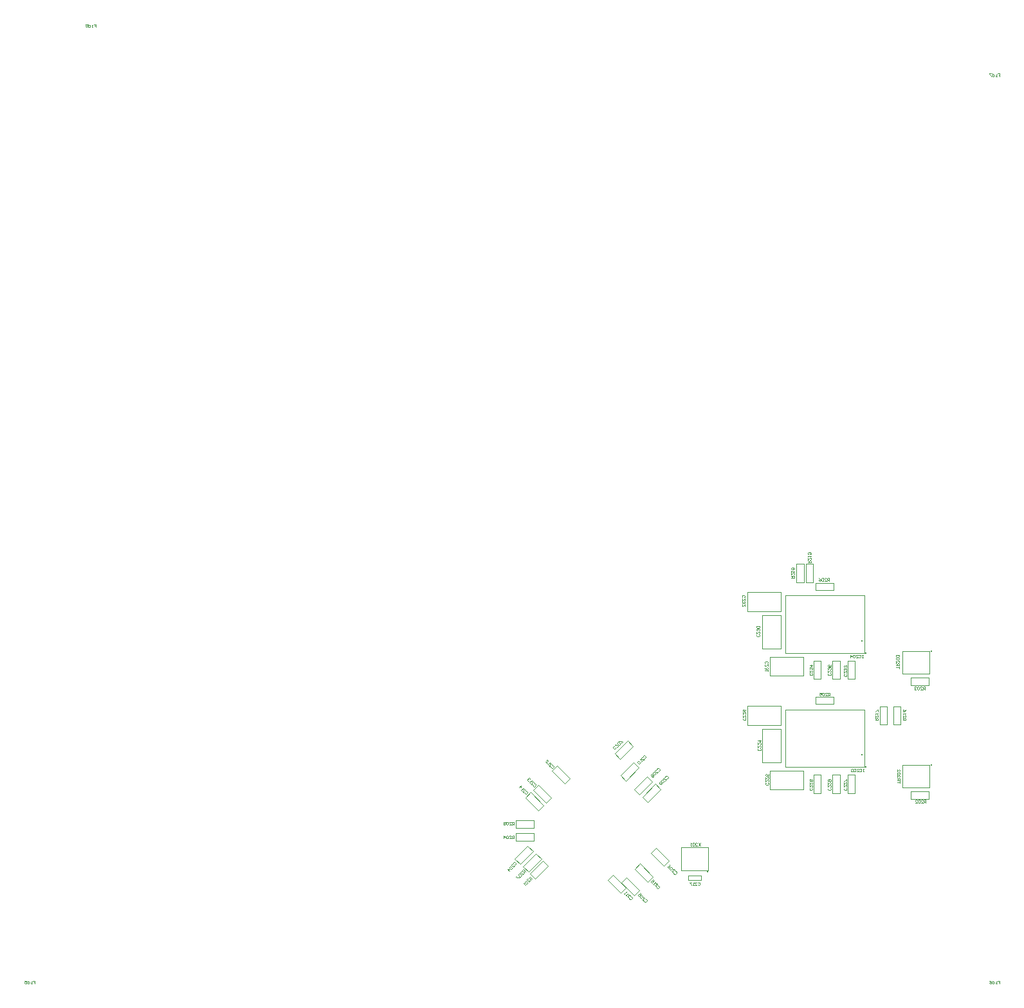
<source format=gbr>
%TF.GenerationSoftware,Altium Limited,Altium Designer,22.4.2 (48)*%
G04 Layer_Color=32896*
%FSLAX26Y26*%
%MOIN*%
%TF.SameCoordinates,1C2CB1AA-ACBE-45DF-AC24-D873E68AE3FE*%
%TF.FilePolarity,Positive*%
%TF.FileFunction,Legend,Bot*%
%TF.Part,Single*%
G01*
G75*
%TA.AperFunction,NonConductor*%
%ADD96C,0.003937*%
%ADD97C,0.001000*%
%ADD98C,0.001968*%
%ADD99C,0.003000*%
%ADD100R,0.009842X0.009842*%
%ADD101R,0.007874X0.007874*%
%ADD102R,0.005906X0.005906*%
D96*
X5362205Y2803150D02*
Y3102362D01*
X4952756Y2803150D02*
Y3102362D01*
X5362205D01*
X4952756Y2803150D02*
X5362205D01*
Y2212598D02*
Y2511811D01*
X4952756Y2212598D02*
Y2511811D01*
X5362205D01*
X4952756Y2212598D02*
X5362205D01*
D97*
X5097740Y3171260D02*
Y3265748D01*
X5059740D02*
X5097740D01*
X5059740Y3171260D02*
Y3265748D01*
Y3171260D02*
X5097740D01*
X3551584Y1735934D02*
X3618397Y1802747D01*
X3551584Y1735934D02*
X3578454Y1709064D01*
X3645267Y1775877D01*
X3618397Y1802747D02*
X3645267Y1775877D01*
X4102765Y1614460D02*
X4169578Y1547647D01*
X4196448Y1574517D01*
X4129635Y1641330D02*
X4196448Y1574517D01*
X4102765Y1614460D02*
X4129635Y1641330D01*
X4256308Y1768003D02*
X4323121Y1701190D01*
X4349991Y1728060D01*
X4283178Y1794873D02*
X4349991Y1728060D01*
X4256308Y1768003D02*
X4283178Y1794873D01*
X4070284Y2282194D02*
X4097154Y2255324D01*
X4070284Y2282194D02*
X4137098Y2349007D01*
X4163968Y2322137D01*
X4097154Y2255324D02*
X4163968Y2322137D01*
X4239871Y2031899D02*
X4306684Y2098712D01*
X4279814Y2125582D02*
X4306684Y2098712D01*
X4213001Y2058769D02*
X4279814Y2125582D01*
X4213001Y2058769D02*
X4239871Y2031899D01*
X4196564Y2071269D02*
X4263377Y2138082D01*
X4236507Y2164952D02*
X4263377Y2138082D01*
X4169694Y2098139D02*
X4236507Y2164952D01*
X4169694Y2098139D02*
X4196564Y2071269D01*
X4125698Y2142135D02*
X4192511Y2208948D01*
X4165641Y2235818D02*
X4192511Y2208948D01*
X4098828Y2169005D02*
X4165641Y2235818D01*
X4098828Y2169005D02*
X4125698Y2142135D01*
X4032883Y1626271D02*
X4059753Y1653141D01*
X4126566Y1586328D01*
X4099696Y1559457D02*
X4126566Y1586328D01*
X4032883Y1626271D02*
X4099696Y1559457D01*
X3771367Y2220070D02*
X3838180Y2153257D01*
X3744497Y2193200D02*
X3771367Y2220070D01*
X3744497Y2193200D02*
X3811310Y2126387D01*
X3838180Y2153257D01*
X3672942Y2121645D02*
X3739755Y2054831D01*
X3646072Y2094775D02*
X3672942Y2121645D01*
X3646072Y2094775D02*
X3712885Y2027961D01*
X3739755Y2054831D01*
X3633572Y2082275D02*
X3700385Y2015461D01*
X3606702Y2055405D02*
X3633572Y2082275D01*
X3606702Y2055405D02*
X3673515Y1988591D01*
X3700385Y2015461D01*
X4173631Y1685326D02*
X4240444Y1618513D01*
X4267314Y1645383D01*
X4200501Y1712196D02*
X4267314Y1645383D01*
X4173631Y1685326D02*
X4200501Y1712196D01*
X4449803Y1625780D02*
Y1651780D01*
X4516732D01*
Y1625780D02*
Y1651780D01*
X4449803Y1625780D02*
X4516732D01*
X5276276Y2078740D02*
Y2173228D01*
Y2078740D02*
X5314276D01*
Y2173228D01*
X5276276D02*
X5314276D01*
X5099110Y2078740D02*
Y2173228D01*
Y2078740D02*
X5137110D01*
Y2173228D01*
X5099110D02*
X5137110D01*
X5197535Y2078740D02*
Y2173228D01*
Y2078740D02*
X5235535D01*
Y2173228D01*
X5197535D02*
X5235535D01*
X5276276Y2669291D02*
Y2763780D01*
Y2669291D02*
X5314276D01*
Y2763780D01*
X5276276D02*
X5314276D01*
X5099110Y2669291D02*
Y2763780D01*
Y2669291D02*
X5137110D01*
Y2763780D01*
X5099110D02*
X5137110D01*
X5197535Y2669291D02*
Y2763780D01*
Y2669291D02*
X5235535D01*
Y2763780D01*
X5197535D02*
X5235535D01*
X5602362Y2047929D02*
X5696850D01*
Y2085929D01*
X5602362D02*
X5696850D01*
X5602362Y2047929D02*
Y2085929D01*
Y2638480D02*
X5696850D01*
Y2676480D01*
X5602362D02*
X5696850D01*
X5602362Y2638480D02*
Y2676480D01*
X5110236Y2578055D02*
X5204724D01*
X5110236Y2540055D02*
Y2578055D01*
Y2540055D02*
X5204724D01*
Y2578055D01*
X5110236Y3168606D02*
X5204724D01*
X5110236Y3130606D02*
Y3168606D01*
Y3130606D02*
X5204724D01*
Y3168606D01*
X3555118Y1936323D02*
X3649606D01*
X3555118Y1898323D02*
Y1936323D01*
Y1898323D02*
X3649606D01*
Y1936323D01*
X3621761Y1669694D02*
X3688574Y1736507D01*
X3661704Y1763377D02*
X3688574Y1736507D01*
X3594891Y1696564D02*
X3661704Y1763377D01*
X3594891Y1696564D02*
X3621761Y1669694D01*
X3657194Y1634261D02*
X3724007Y1701074D01*
X3697137Y1727944D02*
X3724007Y1701074D01*
X3630324Y1661131D02*
X3697137Y1727944D01*
X3630324Y1661131D02*
X3657194Y1634261D01*
X3555118Y1869394D02*
X3649606D01*
X3555118Y1831394D02*
Y1869394D01*
Y1831394D02*
X3649606D01*
Y1869394D01*
X5550496Y2433071D02*
Y2527559D01*
X5512496D02*
X5550496D01*
X5512496Y2433071D02*
Y2527559D01*
Y2433071D02*
X5550496D01*
X5481598D02*
Y2527559D01*
X5443598D02*
X5481598D01*
X5443598Y2433071D02*
Y2527559D01*
Y2433071D02*
X5481598D01*
X5048528Y3171260D02*
Y3265748D01*
X5010528D02*
X5048528D01*
X5010528Y3171260D02*
Y3265748D01*
Y3171260D02*
X5048528D01*
D98*
X5559052Y2814961D02*
X5700787D01*
X5559052Y2696848D02*
X5700787D01*
X5559052D02*
Y2814961D01*
X5700787Y2696848D02*
Y2814961D01*
X4873693Y2785433D02*
X5047244D01*
X4873693Y2687008D02*
Y2785433D01*
Y2687008D02*
X5047244D01*
Y2785433D01*
X4554134Y1678150D02*
Y1796263D01*
X4412397Y1678150D02*
Y1796263D01*
X4554134D01*
X4412397Y1678150D02*
X4554134D01*
X4832677Y2235898D02*
Y2409449D01*
Y2235898D02*
X4931102D01*
Y2409449D01*
X4832677D02*
X4931102D01*
X4873693Y2194882D02*
X5047244D01*
X4873693Y2096457D02*
Y2194882D01*
Y2096457D02*
X5047244D01*
Y2194882D01*
X4755583Y2529528D02*
X4929134D01*
X4755583Y2431102D02*
Y2529528D01*
Y2431102D02*
X4929134D01*
Y2529528D01*
X4832677Y2826449D02*
Y3000000D01*
Y2826449D02*
X4931102D01*
Y3000000D01*
X4832677D02*
X4931102D01*
X4755583Y3120079D02*
X4929134D01*
X4755583Y3021654D02*
Y3120079D01*
Y3021654D02*
X4929134D01*
Y3120079D01*
X5559052Y2224409D02*
X5700787D01*
X5559052Y2106296D02*
X5700787D01*
X5559052D02*
Y2224409D01*
X5700787Y2106296D02*
Y2224409D01*
D99*
X5071502Y3273758D02*
X5086498D01*
Y3281256D01*
X5083998Y3283755D01*
X5079000D01*
X5076501Y3281256D01*
Y3273758D01*
Y3278757D02*
X5071502Y3283755D01*
Y3298750D02*
Y3288754D01*
X5081499Y3298750D01*
X5083998D01*
X5086498Y3296251D01*
Y3291253D01*
X5083998Y3288754D01*
X5071502Y3303749D02*
Y3308747D01*
Y3306248D01*
X5086498D01*
X5083998Y3303749D01*
X5074002Y3316245D02*
X5071502Y3318744D01*
Y3323742D01*
X5074002Y3326242D01*
X5083998D01*
X5086498Y3323742D01*
Y3318744D01*
X5083998Y3316245D01*
X5081499D01*
X5079000Y3318744D01*
Y3326242D01*
X4984502Y3194758D02*
X4999498D01*
Y3202256D01*
X4996998Y3204755D01*
X4992000D01*
X4989501Y3202256D01*
Y3194758D01*
Y3199757D02*
X4984502Y3204755D01*
Y3219750D02*
Y3209754D01*
X4994499Y3219750D01*
X4996998D01*
X4999498Y3217251D01*
Y3212253D01*
X4996998Y3209754D01*
X4984502Y3224749D02*
Y3229747D01*
Y3227248D01*
X4999498D01*
X4996998Y3224749D01*
Y3237245D02*
X4999498Y3239744D01*
Y3244742D01*
X4996998Y3247242D01*
X4994499D01*
X4992000Y3244742D01*
X4989501Y3247242D01*
X4987002D01*
X4984502Y3244742D01*
Y3239744D01*
X4987002Y3237245D01*
X4989501D01*
X4992000Y3239744D01*
X4994499Y3237245D01*
X4996998D01*
X4992000Y3239744D02*
Y3244742D01*
X5418502Y2456758D02*
X5433498D01*
Y2464256D01*
X5430998Y2466755D01*
X5426000D01*
X5423501Y2464256D01*
Y2456758D01*
Y2461757D02*
X5418502Y2466755D01*
Y2481750D02*
Y2471754D01*
X5428499Y2481750D01*
X5430998D01*
X5433498Y2479251D01*
Y2474253D01*
X5430998Y2471754D01*
X5418502Y2486749D02*
Y2491747D01*
Y2489248D01*
X5433498D01*
X5430998Y2486749D01*
X5433498Y2499245D02*
Y2509242D01*
X5430998D01*
X5421002Y2499245D01*
X5418502D01*
X5562502Y2456758D02*
X5577498D01*
Y2464256D01*
X5574998Y2466755D01*
X5570000D01*
X5567501Y2464256D01*
Y2456758D01*
Y2461757D02*
X5562502Y2466755D01*
Y2481750D02*
Y2471754D01*
X5572499Y2481750D01*
X5574998D01*
X5577498Y2479251D01*
Y2474253D01*
X5574998Y2471754D01*
X5562502Y2486749D02*
Y2491747D01*
Y2489248D01*
X5577498D01*
X5574998Y2486749D01*
X5577498Y2509242D02*
X5574998Y2504243D01*
X5570000Y2499245D01*
X5565002D01*
X5562502Y2501744D01*
Y2506742D01*
X5565002Y2509242D01*
X5567501D01*
X5570000Y2506742D01*
Y2499245D01*
X1368771Y6065432D02*
X1378768D01*
Y6057935D01*
X1373769D01*
X1378768D01*
Y6050437D01*
X1363773D02*
X1358774D01*
X1361273D01*
Y6060434D01*
X1363773D01*
X1341280Y6065432D02*
Y6050437D01*
X1348777D01*
X1351276Y6052936D01*
Y6057935D01*
X1348777Y6060434D01*
X1341280D01*
X1336281Y6062933D02*
X1333782Y6065432D01*
X1328784D01*
X1326284Y6062933D01*
Y6060434D01*
X1328784Y6057935D01*
X1326284Y6055435D01*
Y6052936D01*
X1328784Y6050437D01*
X1333782D01*
X1336281Y6052936D01*
Y6055435D01*
X1333782Y6057935D01*
X1336281Y6060434D01*
Y6062933D01*
X1333782Y6057935D02*
X1328784D01*
X6053810Y5809527D02*
X6063807D01*
Y5802029D01*
X6058809D01*
X6063807D01*
Y5794532D01*
X6048812D02*
X6043814D01*
X6046313D01*
Y5804528D01*
X6048812D01*
X6026319Y5809527D02*
Y5794532D01*
X6033817D01*
X6036316Y5797031D01*
Y5802029D01*
X6033817Y5804528D01*
X6026319D01*
X6021321Y5809527D02*
X6011324D01*
Y5807028D01*
X6021321Y5797031D01*
Y5794532D01*
X6053810Y1104802D02*
X6063807D01*
Y1097305D01*
X6058809D01*
X6063807D01*
Y1089807D01*
X6048812D02*
X6043814D01*
X6046313D01*
Y1099804D01*
X6048812D01*
X6026319Y1104802D02*
Y1089807D01*
X6033817D01*
X6036316Y1092306D01*
Y1097305D01*
X6033817Y1099804D01*
X6026319D01*
X6011324Y1104802D02*
X6016322Y1102303D01*
X6021321Y1097305D01*
Y1092306D01*
X6018822Y1089807D01*
X6013823D01*
X6011324Y1092306D01*
Y1094805D01*
X6013823Y1097305D01*
X6021321D01*
X1053810Y1104802D02*
X1063807D01*
Y1097305D01*
X1058809D01*
X1063807D01*
Y1089807D01*
X1048812D02*
X1043813D01*
X1046313D01*
Y1099804D01*
X1048812D01*
X1026319Y1104802D02*
Y1089807D01*
X1033817D01*
X1036316Y1092306D01*
Y1097305D01*
X1033817Y1099804D01*
X1026319D01*
X1011324Y1104802D02*
X1021321D01*
Y1097305D01*
X1016322Y1099804D01*
X1013823D01*
X1011324Y1097305D01*
Y1092306D01*
X1013823Y1089807D01*
X1018822D01*
X1021321Y1092306D01*
X4849332Y2751216D02*
X4846833Y2753715D01*
Y2758713D01*
X4849332Y2761213D01*
X4859329D01*
X4861828Y2758713D01*
Y2753715D01*
X4859329Y2751216D01*
X4861828Y2736220D02*
Y2746217D01*
X4851831Y2736220D01*
X4849332D01*
X4846833Y2738720D01*
Y2743718D01*
X4849332Y2746217D01*
Y2731222D02*
X4846833Y2728723D01*
Y2723724D01*
X4849332Y2721225D01*
X4851831D01*
X4854331Y2723724D01*
Y2726224D01*
Y2723724D01*
X4856830Y2721225D01*
X4859329D01*
X4861828Y2723724D01*
Y2728723D01*
X4859329Y2731222D01*
X4861828Y2716227D02*
Y2711229D01*
Y2713728D01*
X4846833D01*
X4849332Y2716227D01*
X3547176Y1842896D02*
Y1857891D01*
X3539679D01*
X3537179Y1855392D01*
Y1850394D01*
X3539679Y1847895D01*
X3547176D01*
X3542178D02*
X3537179Y1842896D01*
X3522184D02*
X3532181D01*
X3522184Y1852893D01*
Y1855392D01*
X3524683Y1857891D01*
X3529682D01*
X3532181Y1855392D01*
X3517186D02*
X3514687Y1857891D01*
X3509688D01*
X3507189Y1855392D01*
Y1845395D01*
X3509688Y1842896D01*
X3514687D01*
X3517186Y1845395D01*
Y1855392D01*
X3494693Y1842896D02*
Y1857891D01*
X3502191Y1850394D01*
X3492194D01*
X3641084Y1634418D02*
X3630481Y1645021D01*
X3625179Y1639719D01*
Y1636185D01*
X3628713Y1632650D01*
X3632248D01*
X3637549Y1637952D01*
X3634015Y1634418D02*
Y1627349D01*
X3623412Y1616746D02*
X3630481Y1623814D01*
X3616343D01*
X3614576Y1625582D01*
Y1629116D01*
X3618110Y1632650D01*
X3621645D01*
X3611041Y1622047D02*
X3607507D01*
X3603973Y1618513D01*
Y1614978D01*
X3611041Y1607910D01*
X3614576D01*
X3618110Y1611444D01*
Y1614978D01*
X3611041Y1622047D01*
X3609274Y1602608D02*
X3605740Y1599074D01*
X3607507Y1600841D01*
X3596904Y1611444D01*
X3600438D01*
X3607418Y1671618D02*
X3596815Y1682221D01*
X3591513Y1676919D01*
Y1673385D01*
X3595048Y1669851D01*
X3598582D01*
X3603884Y1675152D01*
X3600349Y1671618D02*
Y1664549D01*
X3589746Y1653946D02*
X3596815Y1661015D01*
X3582677D01*
X3580910Y1662782D01*
Y1666316D01*
X3584445Y1669851D01*
X3587979D01*
X3577376Y1659247D02*
X3573841D01*
X3570307Y1655713D01*
Y1652179D01*
X3577376Y1645110D01*
X3580910D01*
X3584445Y1648644D01*
Y1652179D01*
X3577376Y1659247D01*
X3565005Y1650411D02*
X3557936Y1643343D01*
X3559704Y1641575D01*
X3573841D01*
X3575608Y1639808D01*
X3547176Y1913762D02*
Y1928757D01*
X3539679D01*
X3537179Y1926258D01*
Y1921260D01*
X3539679Y1918761D01*
X3547176D01*
X3542178D02*
X3537179Y1913762D01*
X3522184D02*
X3532181D01*
X3522184Y1923759D01*
Y1926258D01*
X3524683Y1928757D01*
X3529682D01*
X3532181Y1926258D01*
X3517186D02*
X3514687Y1928757D01*
X3509688D01*
X3507189Y1926258D01*
Y1916261D01*
X3509688Y1913762D01*
X3514687D01*
X3517186Y1916261D01*
Y1926258D01*
X3502191D02*
X3499691Y1928757D01*
X3494693D01*
X3492194Y1926258D01*
Y1923759D01*
X3494693Y1921260D01*
X3492194Y1918761D01*
Y1916261D01*
X3494693Y1913762D01*
X3499691D01*
X3502191Y1916261D01*
Y1918761D01*
X3499691Y1921260D01*
X3502191Y1923759D01*
Y1926258D01*
X3499691Y1921260D02*
X3494693D01*
X5181034Y3177542D02*
Y3192537D01*
X5173537D01*
X5171038Y3190038D01*
Y3185039D01*
X5173537Y3182540D01*
X5181034D01*
X5176036D02*
X5171038Y3177542D01*
X5156042D02*
X5166039D01*
X5156042Y3187539D01*
Y3190038D01*
X5158542Y3192537D01*
X5163540D01*
X5166039Y3190038D01*
X5151044D02*
X5148545Y3192537D01*
X5143547D01*
X5141047Y3190038D01*
Y3180041D01*
X5143547Y3177542D01*
X5148545D01*
X5151044Y3180041D01*
Y3190038D01*
X5126052Y3192537D02*
X5131051Y3190038D01*
X5136049Y3185039D01*
Y3180041D01*
X5133550Y3177542D01*
X5128551D01*
X5126052Y3180041D01*
Y3182540D01*
X5128551Y3185039D01*
X5136049D01*
X5184971Y2583054D02*
Y2598049D01*
X5177474D01*
X5174975Y2595550D01*
Y2590551D01*
X5177474Y2588052D01*
X5184971D01*
X5179973D02*
X5174975Y2583054D01*
X5159980D02*
X5169976D01*
X5159980Y2593050D01*
Y2595550D01*
X5162479Y2598049D01*
X5167477D01*
X5169976Y2595550D01*
X5154981D02*
X5152482Y2598049D01*
X5147484D01*
X5144984Y2595550D01*
Y2585553D01*
X5147484Y2583054D01*
X5152482D01*
X5154981Y2585553D01*
Y2595550D01*
X5129989Y2598049D02*
X5139986D01*
Y2590551D01*
X5134988Y2593050D01*
X5132488D01*
X5129989Y2590551D01*
Y2585553D01*
X5132488Y2583054D01*
X5137487D01*
X5139986Y2585553D01*
X5542931Y2724854D02*
Y2734850D01*
Y2729852D01*
X5527935D01*
Y2739849D02*
X5542931D01*
Y2747346D01*
X5540431Y2749845D01*
X5535433D01*
X5532934Y2747346D01*
Y2739849D01*
Y2744847D02*
X5527935Y2749845D01*
Y2764841D02*
Y2754844D01*
X5537932Y2764841D01*
X5540431D01*
X5542931Y2762341D01*
Y2757343D01*
X5540431Y2754844D01*
Y2769839D02*
X5542931Y2772338D01*
Y2777337D01*
X5540431Y2779836D01*
X5530435D01*
X5527935Y2777337D01*
Y2772338D01*
X5530435Y2769839D01*
X5540431D01*
Y2784834D02*
X5542931Y2787334D01*
Y2792332D01*
X5540431Y2794831D01*
X5537932D01*
X5535433Y2792332D01*
Y2789833D01*
Y2792332D01*
X5532934Y2794831D01*
X5530435D01*
X5527935Y2792332D01*
Y2787334D01*
X5530435Y2784834D01*
X5546868Y2130365D02*
Y2140362D01*
Y2135364D01*
X5531873D01*
Y2145360D02*
X5546868D01*
Y2152858D01*
X5544368Y2155357D01*
X5539370D01*
X5536871Y2152858D01*
Y2145360D01*
Y2150359D02*
X5531873Y2155357D01*
Y2170352D02*
Y2160356D01*
X5541869Y2170352D01*
X5544368D01*
X5546868Y2167853D01*
Y2162855D01*
X5544368Y2160356D01*
Y2175351D02*
X5546868Y2177850D01*
Y2182849D01*
X5544368Y2185348D01*
X5534372D01*
X5531873Y2182849D01*
Y2177850D01*
X5534372Y2175351D01*
X5544368D01*
X5531873Y2200343D02*
Y2190346D01*
X5541869Y2200343D01*
X5544368D01*
X5546868Y2197844D01*
Y2192845D01*
X5544368Y2190346D01*
X5677097Y2614550D02*
Y2629545D01*
X5669600D01*
X5667101Y2627046D01*
Y2622047D01*
X5669600Y2619548D01*
X5677097D01*
X5672099D02*
X5667101Y2614550D01*
X5652105D02*
X5662102D01*
X5652105Y2624546D01*
Y2627046D01*
X5654605Y2629545D01*
X5659603D01*
X5662102Y2627046D01*
X5647107D02*
X5644608Y2629545D01*
X5639609D01*
X5637110Y2627046D01*
Y2617049D01*
X5639609Y2614550D01*
X5644608D01*
X5647107Y2617049D01*
Y2627046D01*
X5632112D02*
X5629613Y2629545D01*
X5624614D01*
X5622115Y2627046D01*
Y2624546D01*
X5624614Y2622047D01*
X5627114D01*
X5624614D01*
X5622115Y2619548D01*
Y2617049D01*
X5624614Y2614550D01*
X5629613D01*
X5632112Y2617049D01*
X5681034Y2027936D02*
Y2042931D01*
X5673537D01*
X5671038Y2040431D01*
Y2035433D01*
X5673537Y2032934D01*
X5681034D01*
X5676036D02*
X5671038Y2027936D01*
X5656042D02*
X5666039D01*
X5656042Y2037932D01*
Y2040431D01*
X5658542Y2042931D01*
X5663540D01*
X5666039Y2040431D01*
X5651044D02*
X5648545Y2042931D01*
X5643547D01*
X5641047Y2040431D01*
Y2030435D01*
X5643547Y2027936D01*
X5648545D01*
X5651044Y2030435D01*
Y2040431D01*
X5626052Y2027936D02*
X5636049D01*
X5626052Y2037932D01*
Y2040431D01*
X5628551Y2042931D01*
X5633550D01*
X5636049Y2040431D01*
X5356574Y2794899D02*
X5351575D01*
X5354075D01*
Y2779904D01*
X5356574D01*
X5351575D01*
X5334081Y2792400D02*
X5336580Y2794899D01*
X5341579D01*
X5344078Y2792400D01*
Y2782403D01*
X5341579Y2779904D01*
X5336580D01*
X5334081Y2782403D01*
X5319086Y2779904D02*
X5329083D01*
X5319086Y2789901D01*
Y2792400D01*
X5321585Y2794899D01*
X5326583D01*
X5329083Y2792400D01*
X5314087D02*
X5311588Y2794899D01*
X5306590D01*
X5304091Y2792400D01*
Y2782403D01*
X5306590Y2779904D01*
X5311588D01*
X5314087Y2782403D01*
Y2792400D01*
X5291595Y2779904D02*
Y2794899D01*
X5299092Y2787402D01*
X5289095D01*
X5360511Y2204348D02*
X5355512D01*
X5358012D01*
Y2189353D01*
X5360511D01*
X5355512D01*
X5338018Y2201849D02*
X5340517Y2204348D01*
X5345516D01*
X5348015Y2201849D01*
Y2191852D01*
X5345516Y2189353D01*
X5340517D01*
X5338018Y2191852D01*
X5323023Y2189353D02*
X5333020D01*
X5323023Y2199350D01*
Y2201849D01*
X5325522Y2204348D01*
X5330520D01*
X5333020Y2201849D01*
X5318025D02*
X5315525Y2204348D01*
X5310527D01*
X5308028Y2201849D01*
Y2191852D01*
X5310527Y2189353D01*
X5315525D01*
X5318025Y2191852D01*
Y2201849D01*
X5303029D02*
X5300530Y2204348D01*
X5295532D01*
X5293033Y2201849D01*
Y2199350D01*
X5295532Y2196850D01*
X5298031D01*
X5295532D01*
X5293033Y2194351D01*
Y2191852D01*
X5295532Y2189353D01*
X5300530D01*
X5303029Y2191852D01*
X5186101Y2699041D02*
X5188600Y2696542D01*
Y2691543D01*
X5186101Y2689044D01*
X5176104D01*
X5173605Y2691543D01*
Y2696542D01*
X5176104Y2699041D01*
X5173605Y2714036D02*
Y2704039D01*
X5183602Y2714036D01*
X5186101D01*
X5188600Y2711537D01*
Y2706539D01*
X5186101Y2704039D01*
Y2719035D02*
X5188600Y2721534D01*
Y2726532D01*
X5186101Y2729031D01*
X5183602D01*
X5181102Y2726532D01*
Y2724033D01*
Y2726532D01*
X5178603Y2729031D01*
X5176104D01*
X5173605Y2726532D01*
Y2721534D01*
X5176104Y2719035D01*
X5188600Y2744027D02*
Y2734030D01*
X5181102D01*
X5183602Y2739028D01*
Y2741527D01*
X5181102Y2744027D01*
X5176104D01*
X5173605Y2741527D01*
Y2736529D01*
X5176104Y2734030D01*
X5091613Y2699041D02*
X5094112Y2696542D01*
Y2691543D01*
X5091613Y2689044D01*
X5081616D01*
X5079117Y2691543D01*
Y2696542D01*
X5081616Y2699041D01*
X5079117Y2714036D02*
Y2704039D01*
X5089113Y2714036D01*
X5091613D01*
X5094112Y2711537D01*
Y2706539D01*
X5091613Y2704039D01*
Y2719035D02*
X5094112Y2721534D01*
Y2726532D01*
X5091613Y2729031D01*
X5089113D01*
X5086614Y2726532D01*
Y2724033D01*
Y2726532D01*
X5084115Y2729031D01*
X5081616D01*
X5079117Y2726532D01*
Y2721534D01*
X5081616Y2719035D01*
X5079117Y2741527D02*
X5094112D01*
X5086614Y2734030D01*
Y2744027D01*
X5268778Y2695104D02*
X5271277Y2692605D01*
Y2687606D01*
X5268778Y2685107D01*
X5258781D01*
X5256282Y2687606D01*
Y2692605D01*
X5258781Y2695104D01*
X5256282Y2710099D02*
Y2700102D01*
X5266279Y2710099D01*
X5268778D01*
X5271277Y2707600D01*
Y2702602D01*
X5268778Y2700102D01*
Y2715097D02*
X5271277Y2717597D01*
Y2722595D01*
X5268778Y2725094D01*
X5266279D01*
X5263780Y2722595D01*
Y2720096D01*
Y2722595D01*
X5261280Y2725094D01*
X5258781D01*
X5256282Y2722595D01*
Y2717597D01*
X5258781Y2715097D01*
X5268778Y2730093D02*
X5271277Y2732592D01*
Y2737590D01*
X5268778Y2740090D01*
X5266279D01*
X5263780Y2737590D01*
Y2735091D01*
Y2737590D01*
X5261280Y2740090D01*
X5258781D01*
X5256282Y2737590D01*
Y2732592D01*
X5258781Y2730093D01*
X4731222Y3092298D02*
X4728723Y3094797D01*
Y3099795D01*
X4731222Y3102294D01*
X4741219D01*
X4743718Y3099795D01*
Y3094797D01*
X4741219Y3092298D01*
X4743718Y3077302D02*
Y3087299D01*
X4733721Y3077302D01*
X4731222D01*
X4728723Y3079802D01*
Y3084800D01*
X4731222Y3087299D01*
Y3072304D02*
X4728723Y3069805D01*
Y3064806D01*
X4731222Y3062307D01*
X4733721D01*
X4736220Y3064806D01*
Y3067305D01*
Y3064806D01*
X4738720Y3062307D01*
X4741219D01*
X4743718Y3064806D01*
Y3069805D01*
X4741219Y3072304D01*
X4743718Y3047312D02*
Y3057309D01*
X4733721Y3047312D01*
X4731222D01*
X4728723Y3049811D01*
Y3054809D01*
X4731222Y3057309D01*
X4816022Y2899828D02*
X4818521Y2897329D01*
Y2892331D01*
X4816022Y2889832D01*
X4806025D01*
X4803526Y2892331D01*
Y2897329D01*
X4806025Y2899828D01*
X4803526Y2914824D02*
Y2904827D01*
X4813523Y2914824D01*
X4816022D01*
X4818521Y2912324D01*
Y2907326D01*
X4816022Y2904827D01*
Y2919822D02*
X4818521Y2922321D01*
Y2927320D01*
X4816022Y2929819D01*
X4813523D01*
X4811024Y2927320D01*
Y2924820D01*
Y2927320D01*
X4808524Y2929819D01*
X4806025D01*
X4803526Y2927320D01*
Y2922321D01*
X4806025Y2919822D01*
X4816022Y2934817D02*
X4818521Y2937316D01*
Y2942315D01*
X4816022Y2944814D01*
X4806025D01*
X4803526Y2942315D01*
Y2937316D01*
X4806025Y2934817D01*
X4816022D01*
X5186101Y2104553D02*
X5188600Y2102054D01*
Y2097055D01*
X5186101Y2094556D01*
X5176104D01*
X5173605Y2097055D01*
Y2102054D01*
X5176104Y2104553D01*
X5173605Y2119548D02*
Y2109551D01*
X5183602Y2119548D01*
X5186101D01*
X5188600Y2117049D01*
Y2112050D01*
X5186101Y2109551D01*
X5173605Y2134543D02*
Y2124546D01*
X5183602Y2134543D01*
X5186101D01*
X5188600Y2132044D01*
Y2127046D01*
X5186101Y2124546D01*
X5176104Y2139542D02*
X5173605Y2142041D01*
Y2147039D01*
X5176104Y2149538D01*
X5186101D01*
X5188600Y2147039D01*
Y2142041D01*
X5186101Y2139542D01*
X5183602D01*
X5181102Y2142041D01*
Y2149538D01*
X5091613Y2104553D02*
X5094112Y2102054D01*
Y2097055D01*
X5091613Y2094556D01*
X5081616D01*
X5079117Y2097055D01*
Y2102054D01*
X5081616Y2104553D01*
X5079117Y2119548D02*
Y2109551D01*
X5089113Y2119548D01*
X5091613D01*
X5094112Y2117049D01*
Y2112050D01*
X5091613Y2109551D01*
X5079117Y2134543D02*
Y2124546D01*
X5089113Y2134543D01*
X5091613D01*
X5094112Y2132044D01*
Y2127046D01*
X5091613Y2124546D01*
Y2139542D02*
X5094112Y2142041D01*
Y2147039D01*
X5091613Y2149538D01*
X5089113D01*
X5086614Y2147039D01*
X5084115Y2149538D01*
X5081616D01*
X5079117Y2147039D01*
Y2142041D01*
X5081616Y2139542D01*
X5084115D01*
X5086614Y2142041D01*
X5089113Y2139542D01*
X5091613D01*
X5086614Y2142041D02*
Y2147039D01*
X5268778Y2104553D02*
X5271277Y2102053D01*
Y2097055D01*
X5268778Y2094556D01*
X5258781D01*
X5256282Y2097055D01*
Y2102053D01*
X5258781Y2104553D01*
X5256282Y2119548D02*
Y2109551D01*
X5266279Y2119548D01*
X5268778D01*
X5271277Y2117049D01*
Y2112050D01*
X5268778Y2109551D01*
X5256282Y2134543D02*
Y2124546D01*
X5266279Y2134543D01*
X5268778D01*
X5271277Y2132044D01*
Y2127046D01*
X5268778Y2124546D01*
X5271277Y2139541D02*
Y2149538D01*
X5268778D01*
X5258781Y2139541D01*
X5256282D01*
X4745156Y2466758D02*
X4747655Y2464258D01*
Y2459260D01*
X4745156Y2456761D01*
X4735159D01*
X4732660Y2459260D01*
Y2464258D01*
X4735159Y2466758D01*
X4732660Y2481753D02*
Y2471756D01*
X4742657Y2481753D01*
X4745156D01*
X4747655Y2479253D01*
Y2474255D01*
X4745156Y2471756D01*
X4732660Y2496748D02*
Y2486751D01*
X4742657Y2496748D01*
X4745156D01*
X4747655Y2494249D01*
Y2489250D01*
X4745156Y2486751D01*
X4747655Y2511743D02*
X4745156Y2506745D01*
X4740158Y2501746D01*
X4735159D01*
X4732660Y2504245D01*
Y2509244D01*
X4735159Y2511743D01*
X4737658D01*
X4740158Y2509244D01*
Y2501746D01*
X4863266Y2132112D02*
X4865765Y2129613D01*
Y2124614D01*
X4863266Y2122115D01*
X4853269D01*
X4850770Y2124614D01*
Y2129613D01*
X4853269Y2132112D01*
X4850770Y2147107D02*
Y2137110D01*
X4860767Y2147107D01*
X4863266D01*
X4865765Y2144608D01*
Y2139609D01*
X4863266Y2137110D01*
X4850770Y2162102D02*
Y2152105D01*
X4860767Y2162102D01*
X4863266D01*
X4865765Y2159603D01*
Y2154604D01*
X4863266Y2152105D01*
X4865765Y2177097D02*
Y2167101D01*
X4858268D01*
X4860767Y2172099D01*
Y2174598D01*
X4858268Y2177097D01*
X4853269D01*
X4850770Y2174598D01*
Y2169600D01*
X4853269Y2167101D01*
X4823896Y2309277D02*
X4826395Y2306778D01*
Y2301780D01*
X4823896Y2299280D01*
X4813899D01*
X4811400Y2301780D01*
Y2306778D01*
X4813899Y2309277D01*
X4811400Y2324272D02*
Y2314276D01*
X4821397Y2324272D01*
X4823896D01*
X4826395Y2321773D01*
Y2316775D01*
X4823896Y2314276D01*
X4811400Y2339268D02*
Y2329271D01*
X4821397Y2339268D01*
X4823896D01*
X4826395Y2336768D01*
Y2331770D01*
X4823896Y2329271D01*
X4811400Y2351764D02*
X4826395D01*
X4818898Y2344266D01*
Y2354263D01*
X4512197Y1819505D02*
X4502200Y1804510D01*
Y1819505D02*
X4512197Y1804510D01*
X4487205D02*
X4497202D01*
X4487205Y1814507D01*
Y1817006D01*
X4489704Y1819505D01*
X4494702D01*
X4497202Y1817006D01*
X4482206D02*
X4479707Y1819505D01*
X4474709D01*
X4472209Y1817006D01*
Y1807009D01*
X4474709Y1804510D01*
X4479707D01*
X4482206Y1807009D01*
Y1817006D01*
X4467211Y1804510D02*
X4462213D01*
X4464712D01*
Y1819505D01*
X4467211Y1817006D01*
X4499512Y1612282D02*
X4502012Y1614781D01*
X4507010D01*
X4509509Y1612282D01*
Y1602285D01*
X4507010Y1599786D01*
X4502012D01*
X4499512Y1602285D01*
X4484517Y1599786D02*
X4494514D01*
X4484517Y1609783D01*
Y1612282D01*
X4487016Y1614781D01*
X4492015D01*
X4494514Y1612282D01*
X4479519Y1599786D02*
X4474520D01*
X4477020D01*
Y1614781D01*
X4479519Y1612282D01*
X4467023Y1614781D02*
X4457026D01*
Y1612282D01*
X4467023Y1602285D01*
Y1599786D01*
X4294549Y1598347D02*
X4298083D01*
X4301618Y1594812D01*
Y1591278D01*
X4294549Y1584209D01*
X4291015D01*
X4287480Y1587744D01*
Y1591278D01*
X4275110Y1600114D02*
X4282178Y1593045D01*
Y1607183D01*
X4283946Y1608950D01*
X4287480D01*
X4291015Y1605416D01*
Y1601881D01*
X4271575Y1603649D02*
X4268041Y1607183D01*
X4269808Y1605416D01*
X4280411Y1616019D01*
Y1612485D01*
X4266274Y1630157D02*
X4273342Y1623088D01*
X4268041Y1617786D01*
X4266274Y1623088D01*
X4264507Y1624855D01*
X4260972D01*
X4257438Y1621321D01*
Y1617786D01*
X4260972Y1614252D01*
X4264507D01*
X3609510Y2086536D02*
X3613044D01*
X3616578Y2083001D01*
Y2079467D01*
X3609510Y2072398D01*
X3605975D01*
X3602441Y2075933D01*
Y2079467D01*
X3590070Y2088303D02*
X3597139Y2081234D01*
Y2095372D01*
X3598906Y2097139D01*
X3602441D01*
X3605975Y2093605D01*
Y2090070D01*
X3586536Y2091838D02*
X3583001Y2095372D01*
X3584769Y2093605D01*
X3595372Y2104208D01*
Y2100673D01*
X3572398Y2105975D02*
X3583001Y2116578D01*
Y2105975D01*
X3575933Y2113044D01*
X3652816Y2125906D02*
X3656351D01*
X3659885Y2122372D01*
Y2118837D01*
X3652816Y2111768D01*
X3649282D01*
X3645748Y2115303D01*
Y2118837D01*
X3633377Y2127673D02*
X3640446Y2120604D01*
Y2134742D01*
X3642213Y2136509D01*
X3645748D01*
X3649282Y2132975D01*
Y2129440D01*
X3629843Y2131207D02*
X3626308Y2134742D01*
X3628076Y2132975D01*
X3638679Y2143578D01*
Y2140044D01*
X3629843Y2148880D02*
Y2152414D01*
X3626308Y2155948D01*
X3622774D01*
X3621007Y2154181D01*
Y2150647D01*
X3622774Y2148880D01*
X3621007Y2150647D01*
X3617472D01*
X3615705Y2148880D01*
Y2145345D01*
X3619240Y2141811D01*
X3622774D01*
X3747305Y2220394D02*
X3750839D01*
X3754374Y2216860D01*
Y2213325D01*
X3747305Y2206256D01*
X3743770D01*
X3740236Y2209791D01*
Y2213325D01*
X3727866Y2222161D02*
X3734934Y2215092D01*
Y2229230D01*
X3736702Y2230997D01*
X3740236D01*
X3743770Y2227463D01*
Y2223928D01*
X3724331Y2225695D02*
X3720797Y2229230D01*
X3722564Y2227463D01*
X3733167Y2238066D01*
Y2234532D01*
X3708426Y2241600D02*
X3715495Y2234532D01*
Y2248669D01*
X3717262Y2250436D01*
X3720797D01*
X3724331Y2246902D01*
Y2243367D01*
X4152033Y1541059D02*
X4155568D01*
X4159102Y1537524D01*
Y1533990D01*
X4152033Y1526921D01*
X4148499D01*
X4144965Y1530456D01*
Y1533990D01*
X4132594Y1542826D02*
X4139663Y1535757D01*
Y1549895D01*
X4141430Y1551662D01*
X4144965D01*
X4148499Y1548128D01*
Y1544593D01*
X4129060Y1546361D02*
X4125525Y1549895D01*
X4127293Y1548128D01*
X4137896Y1558731D01*
Y1555197D01*
X4120224D02*
X4116690Y1558731D01*
X4118457Y1556964D01*
X4129060Y1567567D01*
Y1564033D01*
X4216614Y2266990D02*
Y2270524D01*
X4220148Y2274059D01*
X4223683D01*
X4230751Y2266990D01*
Y2263455D01*
X4227217Y2259921D01*
X4223683D01*
X4214847Y2247550D02*
X4221915Y2254619D01*
X4207778D01*
X4206011Y2256387D01*
Y2259921D01*
X4209545Y2263455D01*
X4213079D01*
X4211312Y2244016D02*
X4207778Y2240482D01*
X4209545Y2242249D01*
X4198942Y2252852D01*
X4202476D01*
X4193640Y2244016D02*
X4190106D01*
X4186571Y2240482D01*
Y2236947D01*
X4193640Y2229878D01*
X4197175D01*
X4200709Y2233413D01*
Y2236947D01*
X4193640Y2244016D01*
X4288364Y2200944D02*
Y2204479D01*
X4291898Y2208013D01*
X4295432D01*
X4302501Y2200944D01*
Y2197410D01*
X4298967Y2193876D01*
X4295432D01*
X4286596Y2181505D02*
X4293665Y2188574D01*
X4279528D01*
X4277761Y2190341D01*
Y2193876D01*
X4281295Y2197410D01*
X4284829D01*
X4274226Y2186807D02*
X4270692D01*
X4267157Y2183272D01*
Y2179738D01*
X4274226Y2172669D01*
X4277761D01*
X4281295Y2176204D01*
Y2179738D01*
X4274226Y2186807D01*
X4270692Y2169135D02*
Y2165600D01*
X4267157Y2162066D01*
X4263623D01*
X4256554Y2169135D01*
Y2172669D01*
X4260088Y2176204D01*
X4263623D01*
X4265390Y2174436D01*
Y2170902D01*
X4260088Y2165600D01*
X4331671Y2161574D02*
Y2165108D01*
X4335205Y2168643D01*
X4338739D01*
X4345808Y2161574D01*
Y2158040D01*
X4342274Y2154505D01*
X4338739D01*
X4329904Y2142135D02*
X4336972Y2149204D01*
X4322835D01*
X4321068Y2150971D01*
Y2154505D01*
X4324602Y2158040D01*
X4328136D01*
X4317533Y2147436D02*
X4313999D01*
X4310464Y2143902D01*
Y2140368D01*
X4317533Y2133299D01*
X4321068D01*
X4324602Y2136833D01*
Y2140368D01*
X4317533Y2147436D01*
X4306930Y2136833D02*
X4303395D01*
X4299861Y2133299D01*
Y2129765D01*
X4301628Y2127997D01*
X4305163D01*
Y2124463D01*
X4306930Y2122696D01*
X4310464D01*
X4313999Y2126230D01*
Y2129765D01*
X4312231Y2131532D01*
X4308697D01*
Y2135066D01*
X4306930Y2136833D01*
X4308697Y2131532D02*
X4305163Y2127997D01*
X4074883Y2314099D02*
Y2310565D01*
X4071349Y2307030D01*
X4067815D01*
X4060746Y2314099D01*
Y2317634D01*
X4064280Y2321168D01*
X4067815D01*
X4076651Y2333539D02*
X4069582Y2326470D01*
X4083720D01*
X4085487Y2324702D01*
Y2321168D01*
X4081952Y2317634D01*
X4078418D01*
X4089021Y2328237D02*
X4092555D01*
X4096090Y2331771D01*
Y2335306D01*
X4089021Y2342374D01*
X4085487D01*
X4081952Y2338840D01*
Y2335306D01*
X4089021Y2328237D01*
X4101391Y2337073D02*
X4108460Y2344142D01*
X4106693Y2345909D01*
X4092555D01*
X4090788Y2347676D01*
X4382047Y1672266D02*
X4385581D01*
X4389115Y1668732D01*
Y1665197D01*
X4382047Y1658129D01*
X4378512D01*
X4374978Y1661663D01*
Y1665197D01*
X4362607Y1674034D02*
X4369676Y1666965D01*
Y1681102D01*
X4371443Y1682870D01*
X4374978D01*
X4378512Y1679335D01*
Y1675801D01*
X4367909Y1686404D02*
Y1689938D01*
X4364375Y1693473D01*
X4360840D01*
X4353771Y1686404D01*
Y1682870D01*
X4357306Y1679335D01*
X4360840D01*
X4367909Y1686404D01*
X4352004Y1705843D02*
X4353771Y1700542D01*
Y1693473D01*
X4350237Y1689938D01*
X4346703D01*
X4343168Y1693473D01*
Y1697007D01*
X4344935Y1698774D01*
X4348470D01*
X4353771Y1693473D01*
X4228503Y1526597D02*
X4232038D01*
X4235572Y1523062D01*
Y1519528D01*
X4228503Y1512459D01*
X4224969D01*
X4221434Y1515994D01*
Y1519528D01*
X4209064Y1528364D02*
X4216133Y1521295D01*
Y1535433D01*
X4217900Y1537200D01*
X4221434D01*
X4224969Y1533666D01*
Y1530131D01*
X4214366Y1540735D02*
Y1544269D01*
X4210831Y1547803D01*
X4207297D01*
X4200228Y1540735D01*
Y1537200D01*
X4203762Y1533666D01*
X4207297D01*
X4214366Y1540735D01*
X4198461Y1560174D02*
X4205530Y1553105D01*
X4200228Y1547803D01*
X4198461Y1553105D01*
X4196694Y1554872D01*
X4193159D01*
X4189625Y1551338D01*
Y1547803D01*
X4193159Y1544269D01*
X4196694D01*
X3544269Y1712755D02*
Y1716290D01*
X3547803Y1719824D01*
X3551338D01*
X3558407Y1712755D01*
Y1709221D01*
X3554872Y1705687D01*
X3551338D01*
X3542502Y1693316D02*
X3549571Y1700385D01*
X3535433D01*
X3533666Y1702152D01*
Y1705687D01*
X3537200Y1709221D01*
X3540735D01*
X3530131Y1698618D02*
X3526597D01*
X3523063Y1695083D01*
Y1691549D01*
X3530131Y1684480D01*
X3533666D01*
X3537200Y1688014D01*
Y1691549D01*
X3530131Y1698618D01*
X3523063Y1673877D02*
X3512459Y1684480D01*
X3523063D01*
X3515994Y1677411D01*
D100*
X5371061Y2804136D02*
D03*
X5351376Y2867128D02*
D03*
X5371061Y2213585D02*
D03*
X5351376Y2276577D02*
D03*
D101*
X5708660Y2812992D02*
D03*
Y2222441D02*
D03*
D102*
X4551179Y1671262D02*
D03*
%TF.MD5,620317c3aaf477d28321c2a3b0649ee7*%
M02*

</source>
